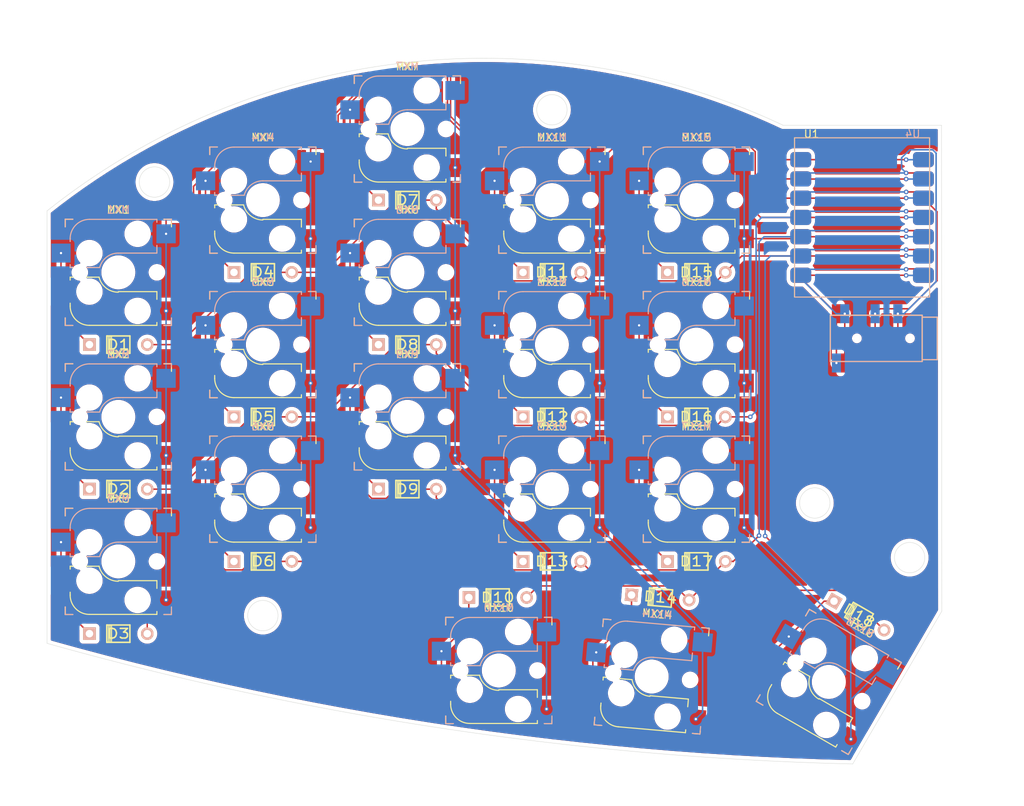
<source format=kicad_pcb>
(kicad_pcb (version 20240108) (generator "pcbnew") (generator_version "8.0")
  (layers (0 "F.Cu" signal) (31 "B.Cu" signal) (34 "B.Paste" user) (35 "F.Paste" user) (36 "B.SilkS" user "B.Silkscreen") (37 "F.SilkS" user "F.Silkscreen") (38 "B.Mask" user) (39 "F.Mask" user) (44 "Edge.Cuts" user))
  (net 0 "")
  (net 1 "Net-(D1-A)")
  (net 2 "/row1")
  (net 3 "Net-(D2-A)")
  (net 4 "/row0")
  (net 5 "/row2")
  (net 6 "Net-(D3-A)")
  (net 7 "Net-(D4-A)")
  (net 8 "Net-(D5-A)")
  (net 9 "Net-(D6-A)")
  (net 10 "Net-(D7-A)")
  (net 11 "Net-(D8-A)")
  (net 12 "Net-(D9-A)")
  (net 13 "Net-(D10-A)")
  (net 14 "/row3")
  (net 15 "Net-(D11-A)")
  (net 16 "Net-(D12-A)")
  (net 17 "Net-(D13-A)")
  (net 18 "Net-(D14-A)")
  (net 19 "Net-(D15-A)")
  (net 20 "Net-(D16-A)")
  (net 21 "Net-(D17-A)")
  (net 22 "Net-(D18-A)")
  (net 23 "/col4")
  (net 24 "/col3")
  (net 25 "/col2")
  (net 26 "/col1")
  (net 27 "/col0")
  (net 28 "/rx")
  (net 29 "GND")
  (net 30 "/tx")
  (net 31 "unconnected-(U1-5V-Pad14)")
  (net 32 "+3.3V")
  (footprint "Keebio-Parts:Diode" (layer "F.Cu") (at 38.1 104.775 180)
    (property "Reference" "D3")
    (property "Value" "D_Small" (hide yes))
  )
  (footprint "keyswitches:Kailh_socket_MX_reversible" (layer "F.Cu") (at 38.1 95.25)
    (property "Reference" "MX3")
    (property "Value" "MX-NoLED")
  )
  (footprint "Keebio-Parts:Diode" (layer "F.Cu") (at 57.15 57.15 180)
    (property "Reference" "D4")
    (property "Value" "D_Small" (hide yes))
  )
  (footprint "keyswitches:Kailh_socket_MX_reversible" (layer "F.Cu") (at 76.2 38.25875)
    (property "Reference" "MX7")
    (property "Value" "MX-NoLED")
  )
  (footprint "keyswitches:Kailh_socket_MX_reversible" (layer "F.Cu") (at 131.75 111.135 -30)
    (property "Reference" "MX18")
    (property "Value" "MX-NoLED")
  )
  (footprint "keyswitches:Kailh_socket_MX_reversible" (layer "F.Cu") (at 95.25 85.725)
    (property "Reference" "MX13")
    (property "Value" "MX-NoLED")
  )
  (footprint "keyswitches:Kailh_socket_MX_reversible" (layer "F.Cu") (at 76.2 76.2)
    (property "Reference" "MX9")
    (property "Value" "MX-NoLED")
  )
  (footprint "keyswitches:Kailh_socket_MX_reversible" (layer "F.Cu") (at 38.1 76.2)
    (property "Reference" "MX2")
    (property "Value" "MX-NoLED")
  )
  (footprint "keyswitches:Kailh_socket_MX_reversible" (layer "F.Cu") (at 76.2 57.15)
    (property "Reference" "MX8")
    (property "Value" "MX-NoLED")
  )
  (footprint "Keebio-Parts:Diode" (layer "F.Cu") (at 95.25 57.15 180)
    (property "Reference" "D11")
    (property "Value" "D_Small" (hide yes))
  )
  (footprint "keyswitches:Kailh_socket_MX_reversible" (layer "F.Cu") (at 114.3 85.725)
    (property "Reference" "MX17")
    (property "Value" "MX-NoLED")
  )
  (footprint "keyswitches:Kailh_socket_MX_reversible" (layer "F.Cu") (at 114.3 66.675)
    (property "Reference" "MX16")
    (property "Value" "MX-NoLED")
  )
  (footprint "keyswitches:Kailh_socket_MX_reversible" (layer "F.Cu") (at 57.15 66.675)
    (property "Reference" "MX5")
    (property "Value" "MX-NoLED")
  )
  (footprint "Keebio-Parts:Diode" (layer "F.Cu") (at 38.1 66.675 180)
    (property "Reference" "D1")
    (property "Value" "D_Small" (hide yes))
  )
  (footprint "Keebio-Parts:Diode" (layer "F.Cu") (at 114.3 57.15 180)
    (property "Reference" "D15")
    (property "Value" "D_Small" (hide yes))
  )
  (footprint "keyswitches:Kailh_socket_MX_reversible" (layer "F.Cu") (at 88.25 109.625)
    (property "Reference" "MX10")
    (property "Value" "MX-NoLED")
  )
  (footprint "keyswitches:Kailh_socket_MX_reversible" (layer "F.Cu") (at 114.3 47.625)
    (property "Reference" "MX15")
    (property "Value" "MX-NoLED")
  )
  (footprint "Keebio-Parts:Diode" (layer "F.Cu") (at 76.2 47.625 180)
    (property "Reference" "D7")
    (property "Value" "D_Small" (hide yes))
  )
  (footprint "XIAO_PCB:MOUDLE14P-SMD-2.54-21X17.8MM" (layer "F.Cu") (at 127.215 60.41125)
    (property "Reference" "U1")
    (property "Value" "MOUDLE-SEEEDUINO-XIAO")
  )
  (footprint "Keebio-Parts:Diode" (layer "F.Cu") (at 95.25 76.2 180)
    (property "Reference" "D12")
    (property "Value" "D_Small" (hide yes))
  )
  (footprint "keyswitches:Kailh_socket_MX_reversible" (layer "F.Cu") (at 95.25 47.625)
    (property "Reference" "MX11")
    (property "Value" "MX-NoLED")
  )
  (footprint "Keebio-Parts:Diode" (layer "F.Cu") (at 95.25 95.25 180)
    (property "Reference" "D13")
    (property "Value" "D_Small" (hide yes))
  )
  (footprint "Keebio-Parts:TRRS-PJ-320D" (layer "F.Cu") (at 144.05 65.85 -90)
    (property "Reference" "U3")
    (property "Value" "TRRS")
  )
  (footprint "Keebio-Parts:Diode" (layer "F.Cu") (at 109.5375 100.0125 175)
    (property "Reference" "D14")
    (property "Value" "D_Small" (hide yes))
  )
  (footprint "keyswitches:Kailh_socket_MX_reversible" (layer "F.Cu") (at 38.1 57.15)
    (property "Reference" "MX1")
    (property "Value" "MX-NoLED")
  )
  (footprint "keyswitches:Kailh_socket_MX_reversible" (layer "F.Cu") (at 57.15 47.625)
    (property "Reference" "MX4")
    (property "Value" "MX-NoLED")
  )
  (footprint "Keebio-Parts:Diode" (layer "F.Cu") (at 57.15 95.25 180)
    (property "Reference" "D6")
    (property "Value" "D_Small" (hide yes))
  )
  (footprint "keyswitches:Kailh_socket_MX_reversible" (layer "F.Cu") (at 108.4 110.425 -5)
    (property "Reference" "MX14")
    (property "Value" "MX-NoLED")
  )
  (footprint "Keebio-Parts:Diode" (layer "F.Cu") (at 38.1 85.725 180)
    (property "Reference" "D2")
    (property "Value" "D_Small" (hide yes))
  )
  (footprint "keyswitches:Kailh_socket_MX_reversible" (layer "F.Cu") (at 57.15 85.725)
    (property "Reference" "MX6")
    (property "Value" "MX-NoLED")
  )
  (footprint "Keebio-Parts:Diode" (layer "F.Cu") (at 135.73125 102.39375 150)
    (property "Reference" "D18")
    (property "Value" "D_Small" (hide yes))
  )
  (footprint "Keebio-Parts:Diode" (layer "F.Cu") (at 88.10625 100.0125 180)
    (property "Reference" "D10")
    (property "Value" "D_Small" (hide yes))
  )
  (footprint "keyswitches:Kailh_socket_MX_reversible" (layer "F.Cu") (at 95.25 66.675)
    (property "Reference" "MX12")
    (property "Value" "MX-NoLED")
  )
  (footprint "Keebio-Parts:Diode" (layer "F.Cu") (at 76.2 85.725 180)
    (property "Reference" "D9")
    (property "Value" "D_Small" (hide yes))
  )
  (footprint "Keebio-Parts:Diode" (layer "F.Cu") (at 114.3 76.2 180)
    (property "Reference" "D16")
    (property "Value" "D_Small" (hide yes))
  )
  (footprint "Keebio-Parts:Diode" (layer "F.Cu") (at 76.2 66.675 180)
    (property "Reference" "D8")
    (property "Value" "D_Small" (hide yes))
  )
  (footprint "Keebio-Parts:Diode" (layer "F.Cu") (at 57.15 76.2 180)
    (property "Reference" "D5")
    (property "Value" "D_Small" (hide yes))
  )
  (footprint "Keebio-Parts:Diode" (layer "F.Cu") (at 114.3 95.25 180)
    (property "Reference" "D17")
    (property "Value" "D_Small" (hide yes))
  )
  (footprint "Keebio-Parts:TRRS-PJ-320D" (layer "B.Cu") (at 144.05 65.85 90)
    (property "Reference" "U2")
    (property "Value" "TRRS")
  )
  (footprint "XIAO_PCB:MOUDLE14P-SMD-2.54-21X17.8MM" (layer "B.Cu") (at 145.05 60.41125 180)
    (property "Reference" "U4")
    (property "Value" "MOUDLE-SEEEDUINO-XIAO")
  )
  (gr_arc (start 134.9 121.95) (mid 81.302161 117.325182) (end 28.7 106.05) (stroke (width 0.05)) (layer "Edge.Cuts"))
  (gr_line (start 146.65 101.8) (end 134.9 121.95) (stroke (width 0.05)) (layer "Edge.Cuts"))
  (gr_circle (center 142.4 94.75) (end 144.4 94.75) (stroke (width 0.05)) (fill none) (layer "Edge.Cuts"))
  (gr_line (start 125.7 37.75) (end 146.6 37.75) (stroke (width 0.05)) (layer "Edge.Cuts"))
  (gr_line (start 28.7 106.05) (end 28.7 49.05) (stroke (width 0.05)) (layer "Edge.Cuts"))
  (gr_arc (start 28.7 49.05) (mid 75.586724 29.551547) (end 125.7 37.75) (stroke (width 0.05)) (layer "Edge.Cuts"))
  (gr_circle (center 129.9 87.55) (end 131.9 87.55) (stroke (width 0.05)) (fill none) (layer "Edge.Cuts"))
  (gr_circle (center 95.25 35.71875) (end 97.25 35.71875) (stroke (width 0.05)) (fill none) (layer "Edge.Cuts"))
  (gr_line (start 146.6 37.75) (end 146.65 101.8) (stroke (width 0.05)) (layer "Edge.Cuts"))
  (gr_circle (center 42.8625 45.24375) (end 44.8625 45.24375) (stroke (width 0.05)) (fill none) (layer "Edge.Cuts"))
  (gr_circle (center 57.15 102.39375) (end 59.15 102.39375) (stroke (width 0.05)) (fill none) (layer "Edge.Cuts"))
  (segment (start 30.54 59.69) (end 30.54 54.61) (width 0.2) (layer "F.Cu") (net 1))
  (segment (start 30.54 62.925) (end 34.29 66.675) (width 0.2) (layer "F.Cu") (net 1))
  (segment (start 30.54 59.69) (end 30.54 62.925) (width 0.2) (layer "F.Cu") (net 1))
  (via (at 30.54 54.61) (size 0.6) (drill 0.3) (layers "F.Cu" "B.Cu") (net 1))
  (segment (start 89.493067 77.3255) (end 97.9345 77.3255) (width 0.2) (layer "F.Cu") (net 2))
  (segment (start 80.01 67.842433) (end 89.493067 77.3255) (width 0.2) (layer "F.Cu") (net 2))
  (segment (start 143.81375 49.91125) (end 143.002497 49.099997) (width 0.2) (layer "F.Cu") (net 2))
  (segment (start 143.002497 49.099997) (end 141.93875 49.099997) (width 0.2) (layer "F.Cu") (net 2))
  (segment (start 97.9345 77.3255) (end 99.06 76.2) (width 0.2) (layer "F.Cu") (net 2))
  (segment (start 74.641 66.675) (end 80.01 66.675) (width 0.2) (layer "F.Cu") (net 2))
  (segment (start 99.06 76.2) (end 100.1855 77.3255) (width 0.2) (layer "F.Cu") (net 2))
  (segment (start 65.116 76.2) (end 74.641 66.675) (width 0.2) (layer "F.Cu") (net 2))
  (segment (start 41.91 85.725) (end 46.0405 85.725) (width 0.2) (layer "F.Cu") (net 2))
  (segment (start 116.9845 77.3255) (end 118.11 76.2) (width 0.2) (layer "F.Cu") (net 2))
  (segment (start 46.0405 85.725) (end 55.5655 76.2) (width 0.2) (layer "F.Cu") (net 2))
  (segment (start 121.4 76.2) (end 118.11 76.2) (width 0.2) (layer "F.Cu") (net 2))
  (segment (start 100.1855 77.3255) (end 116.9845 77.3255) (width 0.2) (layer "F.Cu") (net 2))
  (segment (start 60.96 76.2) (end 65.116 76.2) (width 0.2) (layer "F.Cu") (net 2))
  (segment (start 55.5655 76.2) (end 60.96 76.2) (width 0.2) (layer "F.Cu") (net 2))
  (segment (start 80.01 66.675) (end 80.01 67.842433) (width 0.2) (layer "F.Cu") (net 2))
  (via (at 141.93875 49.099997) (size 0.6) (drill 0.3) (layers "F.Cu" "B.Cu") (net 2))
  (via (at 121.4 76.2) (size 0.6) (drill 0.3) (layers "F.Cu" "B.Cu") (net 2))
  (segment (start 141.93875 49.099997) (end 128.460003 49.099997) (width 0.2) (layer "B.Cu") (net 2))
  (segment (start 127.64875 49.91125) (end 122.88875 49.91125) (width 0.2) (layer "B.Cu") (net 2))
  (segment (start 122.165 50.665) (end 122.165 75.435) (width 0.2) (layer "B.Cu") (net 2))
  (segment (start 128.460003 49.099997) (end 127.64875 49.91125) (width 0.2) (layer "B.Cu") (net 2))
  (segment (start 122.15 50.65) (end 122.165 50.665) (width 0.2) (layer "B.Cu") (net 2))
  (segment (start 122.165 75.435) (end 121.4 76.2) (width 0.2) (layer "B.Cu") (net 2))
  (segment (start 122.88875 49.91125) (end 122.15 50.65) (width 0.2) (layer "B.Cu") (net 2))
  (segment (start 30.54 78.74) (end 30.54 73.66) (width 0.2) (layer "F.Cu") (net 3))
  (segment (start 30.54 81.975) (end 34.29 85.725) (width 0.2) (layer "F.Cu") (net 3))
  (segment (start 30.54 78.74) (end 30.54 81.975) (width 0.2) (layer "F.Cu") (net 3))
  (via (at 30.54 73.66) (size 0.6) (drill 0.3) (layers "F.Cu" "B.Cu") (net 3))
  (segment (start 65.251471 57.15) (end 74.776471 47.625) (width 0.2) (layer "F.Cu") (net 4))
  (segment (start 80.01 48.792433) (end 89.493067 58.2755) (width 0.2) (layer "F.Cu") (net 4))
  (segment (start 127.64875 54.99125) (end 120.26875 54.99125) (width 0.2) (layer "F.Cu") (net 4))
  (segment (start 99.06 57.15) (end 100.1855 58.2755) (width 0.2) (layer "F.Cu") (net 4))
  (segment (start 74.776471 47.625) (end 80.01 47.625) (width 0.2) (layer "F.Cu") (net 4))
  (segment (start 55.591 57.15) (end 60.96 57.15) (width 0.2) (layer "F.Cu") (net 4))
  (segment (start 46.066 66.675) (end 55.591 57.15) (width 0.2) (layer "F.Cu") (net 4))
  (segment (start 100.1855 58.2755) (end 116.9845 58.2755) (width 0.2) (layer "F.Cu") (net 4))
  (segment (start 97.9345 58.2755) (end 99.06 57.15) (width 0.2) (layer "F.Cu") (net 4))
  (segment (start 116.9845 58.2755) (end 118.11 57.15) (width 0.2) (layer "F.Cu") (net 4))
  (segment (start 141.8975 54.99125) (end 141.93875 54.95) (width 0.2) (layer "F.Cu") (net 4))
  (segment (start 89.493067 58.2755) (end 97.9345 58.2755) (width 0.2) (layer "F.Cu") (net 4))
  (segment (start 60.96 57.15) (end 65.251471 57.15) (width 0.2) (layer "F.Cu") (net 4))
  (segment (start 120.26875 54.99125) (end 118.11 57.15) (width 0.2) (layer "F.Cu") (net 4))
  (segment (start 80.01 47.625) (end 80.01 48.792433) (width 0.2) (layer "F.Cu") (net 4))
  (segment (start 127.64875 54.99125) (end 141.8975 54.99125) (width 0.2) (layer "F.Cu") (net 4))
  (segment (start 41.91 66.675) (end 46.066 66.675) (width 0.2) (layer "F.Cu") (net 4))
  (via (at 141.93875 54.95) (size 0.6) (drill 0.3) (layers "F.Cu" "B.Cu") (net 4))
  (segment (start 141.93875 54.95) (end 143.7725 54.95) (width 0.2) (layer "B.Cu") (net 4))
  (segment (start 143.7725 54.95) (end 143.81375 54.99125) (width 0.2) (layer "B.Cu") (net 4))
  (segment (start 143.81375 52.45125) (end 143.012639 51.650139) (width 0.2) (layer "F.Cu") (net 5))
  (segment (start 52.1755 96.3755) (end 51 95.2) (width 0.2) (layer "F.Cu") (net 5))
  (segment (start 119.15 95.25) (end 118.11 95.25) (width 0.2) (layer "F.Cu") (net 5))
  (segment (start 45.965 95.265) (end 45.965 101.88) (width 0.2) (layer "F.Cu") (net 5))
  (segment (start 65.1 92.55) (end 65.1 85.7) (width 0.2) (layer "F.Cu") (net 5))
  (segment (start 71.5 86.95) (end 73.416 86.95) (width 0.2) (layer "F.Cu") (net 5))
  (segment (start 51 95.2) (end 45.9 95.2) (width 0.2) (layer "F.Cu") (net 5))
  (segment (start 60.96 95.25) (end 65.116 95.25) (width 0.2) (layer "F.Cu") (net 5))
  (segment (start 70.25 85.7) (end 71.5 86.95) (width 0.2) (layer "F.Cu") (net 5))
  (segment (start 54.4655 96.3755) (end 52.1755 96.3755) (width 0.2) (layer "F.Cu") (net 5))
  (segment (start 45.965 101.88) (end 45.345 102.5) (width 0.2) (layer "F.Cu") (net 5))
  (segment (start 97.9345 96.3755) (end 99.06 95.25) (width 0.2) (layer "F.Cu") (net 5))
  (segment (start 74.641 85.725) (end 80.01 85.725) (width 0.2) (layer "F.Cu") (net 5))
  (segment (start 41.95 102.5) (end 41.91 102.54) (width 0.2) (layer "F.Cu") (net 5))
  (segment (start 100.1855 96.3755) (end 116.9845 96.3755) (width 0.2) (layer "F.Cu") (net 5))
  (segment (start 65.116 95.25) (end 65.116 92.566) (width 0.2) (layer "F.Cu") (net 5))
  (segment (start 45.9 95.2) (end 45.965 95.265) (width 0.2) (layer "F.Cu") (net 5))
  (segment (start 122.55 91.85) (end 119.15 95.25) (width 0.2) (layer "F.Cu") (net 5))
  (segment (start 80.01 86.892433) (end 89.493067 96.3755) (width 0.2) (layer "F.Cu") (net 5))
  (segment (start 45.345 102.5) (end 41.95 102.5) (width 0.2) (layer "F.Cu") (net 5))
  (segment (start 55.591 95.25) (end 54.4655 96.3755) (width 0.2) (layer "F.Cu") (net 5))
  (segment (start 65.1 85.7) (end 70.25 85.7) (width 0.2) (layer "F.Cu") (net 5))
  (segment (start 116.9845 96.3755) (end 118.11 95.25) (width 0.2) (layer "F.Cu") (net 5))
  (segment (start 65.116 92.566) (end 65.1 92.55) (width 0.2) (layer "F.Cu") (net 5))
  (segment (start 73.416 86.95) (end 74.641 85.725) (width 0.2) (layer "F.Cu") (net 5))
  (segment (start 89.493067 96.3755) (end 97.9345 96.3755) (width 0.2) (layer "F.Cu") (net 5))
  (segment (start 80.01 85.725) (end 80.01 86.892433) (width 0.2) (layer "F.Cu") (net 5))
  (segment (start 60.96 95.25) (end 55.591 95.25) (width 0.2) (layer "F.Cu") (net 5))
  (segment (start 143.012639 51.650139) (end 141.953748 51.650139) (width 0.2) (layer "F.Cu") (net 5))
  (segment (start 99.06 95.25) (end 100.1855 96.3755) (width 0.2) (layer "F.Cu") (net 5))
  (segment (start 41.91 102.54) (end 41.91 104.775) (width 0.2) (layer "F.Cu") (net 5))
  (via (at 122.55 91.85) (size 0.6) (drill 0.3) (layers "F.Cu" "B.Cu") (net 5))
  (via (at 141.953748 51.650139) (size 0.6) (drill 0.3) (layers "F.Cu" "B.Cu") (net 5))
  (segment (start 122.565 91.835) (end 122.55 91.85) (width 0.2) (layer "B.Cu") (net 5))
  (segment (start 141.953748 51.650139) (end 128.449861 51.650139) (width 0.2) (layer "B.Cu") (net 5))
  (segment (start 127.64875 52.45125) (end 123.21375 52.45125) (width 0.2) (layer "B.Cu") (net 5))
  (segment (start 128.449861 51.650139) (end 127.64875 52.45125) (width 0.2) (layer "B.Cu") (net 5))
  (segment (start 123.21375 52.45125) (end 122.565 53.1) (width 0.2) (layer "B.Cu") (net 5))
  (segment (start 122.565 53.1) (end 122.565 91.835) (width 0.2) (layer "B.Cu") (net 5))
  (segment (start 30.54 101.025) (end 34.29 104.775) (width 0.2) (layer "F.Cu") (net 6))
  (segment (start 30.54 97.79) (end 30.54 92.71) (width 0.2) (layer "F.Cu") (net 6))
  (segment (start 30.54 97.79) (end 30.54 101.025) (width 0.2) (layer "F.Cu") (net 6))
  (via (at 30.54 92.71) (size 0.6) (drill 0.3) (layers "F.Cu" "B.Cu") (net 6))
  (segment (start 49.59 50.165) (end 49.59 45.085) (width 0.2) (layer "F.Cu") (net 7))
  (segment (start 49.59 50.165) (end 49.59 53.4) (width 0.2) (layer "F.Cu") (net 7))
  (segment (start 49.59 53.4) (end 53.34 57.15) (width 0.2) (layer "F.Cu") (net 7))
  (via (at 49.59 45.085) (size 0.6) (drill 0.3) (layers "F.Cu" "B.Cu") (net 7))
  (segment (start 49.59 72.45) (end 53.34 76.2) (width 0.2) (layer "F.Cu") (net 8))
  (segment (start 49.59 69.215) (end 49.59 64.135) (width 0.2) (layer "F.Cu") (net 8))
  (segment (start 49.59 69.215) (end 49.59 72.45) (width 0.2) (layer "F.Cu") (net 8))
  (via (at 49.59 64.135) (size 0.6) (drill 0.3) (layers "F.Cu" "B.Cu") (net 8))
  (segment (start 49.59 88.265) (end 49.59 91.5) (width 0.2) (layer "F.Cu") (net 9))
  (segment (start 49.59 88.265) (end 49.59 83.185) (width 0.2) (layer "F.Cu") (net 9))
  (segment (start 49.59 91.5) (end 53.34 95.25) (width 0.2) (layer "F.Cu") (net 9))
  (via (at 49.59 83.185) (size 0.6) (drill 0.3) (layers "F.Cu" "B.Cu") (net 9))
  (segment (start 68.64 40.79875) (end 68.64 43.875) (width 0.2) (layer "F.Cu") (net 10))
  (segment (start 68.64 43.875) (end 72.39 47.625) (width 0.2) (layer "F.Cu") (net 10))
  (segment (start 68.64 40.79875) (end 68.64 35.71875) (width 0.2) (layer "F.Cu") (net 10))
  (via (at 68.64 35.71875) (size 0.6) (drill 0.3) (layers "F.Cu" "B.Cu") (net 10))
  (segment (start 68.64 59.69) (end 68.64 54.61) (width 0.2) (layer "F.Cu") (net 11))
  (segment (start 68.64 59.69) (end 68.64 62.925) (width 0.2) (layer "F.Cu") (net 11))
  (segment (start 68.64 62.925) (end 72.39 66.675) (width 0.2) (layer "F.Cu") (net 11))
  (via (at 68.64 54.61) (size 0.6) (drill 0.3) (layers "F.Cu" "B.Cu") (net 11))
  (segment (start 68.64 78.74) (end 68.64 73.66) (width 0.2) (layer "F.Cu") (net 12))
  (segment (start 68.64 78.74) (end 68.64 81.975) (width 0.2) (layer "F.Cu") (net 12))
  (segment (start 68.64 81.975) (end 72.39 85.725) (width 0.2) (layer "F.Cu") (net 12))
  (via (at 68.64 73.66) (size 0.6) (drill 0.3) (layers "F.Cu" "B.Cu") (net 12))
  (segment (start 80.69 112.165) (end 80.69 107.085) (width 0.2) (layer "F.Cu") (net 13))
  (segment (start 84.29625 100.0125) (end 84.29625 103.47875) (width 0.2) (layer "F.Cu") (net 13))
  (segment (start 84.29625 103.47875) (end 80.69 107.085) (width 0.2) (layer "F.Cu") (net 13))
  (via (at 80.69 107.085) (size 0.6) (drill 0.3) (layers "F.Cu" "B.Cu") (net 13))
  (segment (start 93.44262 98.48613) (end 91.91625 100.0125) (width 0.2) (layer "F.Cu") (net 14))
  (segment (start 130.511096 99.061096) (end 123.35 91.9) (width 0.2) (layer "F.Cu") (net 14))
  (segment (start 141.948377 54.150055) (end 142.972555 54.150055) (width 0.2) (layer "F.Cu") (net 14))
  (segment (start 111.474568 98.48613) (end 93.44262 98.48613) (width 0.2) (layer "F.Cu") (net 14))
  (segment (start 114.61647 99.061096) (end 113.333002 100.344564) (width 0.2) (layer "F.Cu") (net 14))
  (segment (start 113.333002 100.344564) (end 111.474568 98.48613) (width 0.2) (layer "F.Cu") (net 14))
  (segment (start 142.972555 54.150055) (end 143.81375 54.99125) (width 0.2) (layer "F.Cu") (net 14))
  (segment (start 133.793153 99.061096) (end 114.61647 99.061096) (width 0.2) (layer "F.Cu") (net 14))
  (segment (start 133.793153 99.061096) (end 130.511096 99.061096) (width 0.2) (layer "F.Cu") (net 14))
  (segment (start 139.030807 104.29875) (end 133.793153 99.061096) (width 0.2) (layer "F.Cu") (net 14))
  (via (at 141.948377 54.150055) (size 0.6) (drill 0.3) (layers "F.Cu" "B.Cu") (net 14))
  (via (at 123.35 91.9) (size 0.6) (drill 0.3) (layers "F.Cu" "B.Cu") (net 14))
  (segment (start 124.05875 54.99125) (end 127.64875 54.99125) (width 0.2) (layer "B.Cu") (net 14))
  (segment (start 123.35 55.7) (end 124.05875 54.99125) (width 0.2) (layer "B.Cu") (net 14))
  (segment (start 128.489945 54.150055) (end 127.64875 54.99125) (width 0.2) (layer "B.Cu") (net 14))
  (segment (start 141.948377 54.150055) (end 128.489945 54.150055) (width 0.2) (layer "B.Cu") (net 14))
  (segment (start 123.35 91.9) (end 123.35 55.7) (width 0.2) (layer "B.Cu") (net 14))
  (segment (start 87.69 53.4) (end 91.44 57.15) (width 0.2) (layer "F.Cu") (net 15))
  (segment (start 87.69 50.165) (end 87.69 45.085) (width 0.2) (layer "F.Cu") (net 15))
  (segment (start 87.69 50.165) (end 87.69 53.4) (width 0.2) (layer "F.Cu") (net 15))
  (via (at 87.69 45.085) (size 0.6) (drill 0.3) (layers "F.Cu" "B.Cu") (net 15))
  (segment (start 87.69 72.45) (end 91.44 76.2) (width 0.2) (layer "F.Cu") (net 16))
  (segment (start 87.69 69.215) (end 87.69 64.135) (width 0.2) (layer "F.Cu") (net 16))
  (segment (start 87.69 69.215) (end 87.69 72.45) (width 0.2) (layer "F.Cu") (net 16))
  (via (at 87.69 64.135) (size 0.6) (drill 0.3) (layers "F.Cu" "B.Cu") (net 16))
  (segment (start 87.69 88.265) (end 87.69 91.5) (width 0.2) (layer "F.Cu") (net 17))
  (segment (start 87.69 88.265) (end 87.69 83.185) (width 0.2) (layer "F.Cu") (net 17))
  (segment (start 87.69 91.5) (end 91.44 95.25) (width 0.2) (layer "F.Cu") (net 17))
  (via (at 87.69 83.185) (size 0.6) (drill 0.3) (layers "F.Cu" "B.Cu") (net 17))
  (segment (start 105.741998 99.680436) (end 105.741998 102.583914) (width 0.2) (layer "F.Cu") (net 18))
  (segment (start 100.647392 112.296437) (end 100.647392 107.67852) (width 0.2) (layer "F.Cu") (net 18))
  (segment (start 100.647392 107.67852) (end 101.090144 107.235768) (width 0.2) (layer "F.Cu") (net 18))
  (segment (start 105.741998 102.583914) (end 101.090144 107.235768) (width 0.2) (layer "F.Cu") (net 18))
  (via (at 101.090144 107.235768) (size 0.6) (drill 0.3) (layers "F.Cu" "B.Cu") (net 18))
  (segment (start 106.74 50.165) (end 106.74 45.085) (width 0.2) (layer "F.Cu") (net 19))
  (segment (start 106.74 50.165) (end 106.74 53.4) (width 0.2) (layer "F.Cu") (net 19))
  (segment (start 106.74 53.4) (end 110.49 57.15) (width 0.2) (layer "F.Cu") (net 19))
  (via (at 106.74 45.085) (size 0.6) (drill 0.3) (layers "F.Cu" "B.Cu") (net 19))
  (segment (start 106.74 69.215) (end 106.74 64.135) (width 0.2) (layer "F.Cu") (net 20))
  (segment (start 106.74 72.45) (end 110.49 76.2) (width 0.2) (layer "F.Cu") (net 20))
  (segment (start 106.74 69.215) (end 106.74 72.45) (width 0.2) (layer "F.Cu") (net 20))
  (via (at 106.74 64.135) (size 0.6) (drill 0.3) (layers "F.Cu" "B.Cu") (net 20))
  (segment (start 106.74 91.5) (end 110.49 95.25) (width 0.2) (layer "F.Cu") (net 21))
  (segment (start 106.74 88.265) (end 106.74 91.5) (width 0.2) (layer "F.Cu") (net 21))
  (segment (start 106.74 88.265) (end 106.74 83.185) (width 0.2) (layer "F.Cu") (net 21))
  (via (at 106.74 83.185) (size 0.6) (drill 0.3) (layers "F.Cu" "B.Cu") (net 21))
  (segment (start 123.932848 107.695295) (end 126.472848 105.155295) (width 0.2) (layer "F.Cu") (net 22))
  (segment (start 131.139393 100.48875) (end 132.431693 100.48875) (width 0.2) (layer "F.Cu") (net 22))
  (segment (start 126.472848 105.155295) (end 131.139393 100.48875) (width 0.2) (layer "F.Cu") (net 22))
  (segment (start 123.932848 109.554705) (end 123.932848 107.695295) (width 0.2) (layer "F.Cu") (net 22))
  (via (at 126.472848 105.155295) (size 0.6) (drill 0.3) (layers "F.Cu" "B.Cu") (net 22))
  (segment (start 84.335265 39.05) (end 89.9 39.05) (width 0.2) (layer "F.Cu") (net 23))
  (segment (start 72.015786 30.92875) (end 81.654214 30.92875) (width 0.2) (layer "F.Cu") (net 23))
  (segment (start 66.65 36.294536) (end 72.015786 30.92875) (width 0.2) (layer "F.Cu") (net 23))
  (segment (start 66.665 40.4) (end 66.665 38.165) (width 0.2) (layer "F.Cu") (net 23))
  (segment (start 66.665 38.165) (end 66.65 38.15) (width 0.2) (layer "F.Cu") (net 23))
  (segment (start 53.426471 40.4) (end 66.665 40.4) (width 0.2) (layer "F.Cu") (net 23))
  (segment (start 121.547058 39.05) (end 89.775465 39.05) (width 0.2) (layer "F.Cu") (net 23))
  (segment (start 123.25 40.752942) (end 121.547058 39.05) (width 0.2) (layer "F.Cu") (net 23))
  (segment (start 127.64875 42.29125) (end 141.93 42.29125) (width 0.2) (layer "F.Cu") (net 23))
  (segment (start 44.39 50.16) (end 44.5 50.05) (width 0.2) (layer "F.Cu") (net 23))
  (segment (start 124.04125 42.29125) (end 123.25 41.5) (width 0.2) (layer "F.Cu") (net 23))
  (segment (start 81.654214 30.92875) (end 81.888529 31.163065) (width 0.2) (layer "F.Cu") (net 23))
  (segment (start 44.5 50.05) (end 47.85 50.05) (width 0.2) (layer "F.Cu") (net 23))
  (segment (start 66.65 38.15) (end 66.65 36.294536) (width 0.2) (layer "F.Cu") (net 23))
  (segment (start 44.39 52.07) (end 44.39 50.16) (width 0.2) (layer "F.Cu") (net 23))
  (segment (start 141.93 42.29125) (end 141.93875 42.3) (width 0.2) (layer "F.Cu") (net 23))
  (segment (start 123.25 41.5) (end 123.25 40.752942) (width 0.2) (layer "F.Cu") (net 23))
  (segment (start 81.888529 36.603264) (end 84.335265 39.05) (width 0.2) (layer "F.Cu") (net 23))
  (segment (start 47.85 50.05) (end 48.015 49.885) (width 0.2) (layer "F.Cu") (net 23))
  (segment (start 48.015 49.885) (end 48.015 45.811471) (width 0.2) (layer "F.Cu") (net 23))
  (segment (start 127.64875 42.29125) (end 124.04125 42.29125) (width 0.2) (layer "F.Cu") (net 23))
  (segment (start 48.015 45.811471) (end 53.426471 40.4) (width 0.2) (layer "F.Cu") (net 23))
  (segment (start 81.888529 31.163065) (end 81.888529 36.603264) (width 0.2) (layer "F.Cu") (net 23))
  (via (at 44.39 100.33) (size 0.6) (drill 0.3) (layers "F.Cu" "B.Cu") (net 23))
  (via (at 44.39 81.28) (size 0.6) (drill 0.3) (layers "F.Cu" "B.Cu") (net 23))
  (via (at 44.39 52.07) (size 0.6) (drill 0.3) (layers "F.Cu" "B.Cu") (net 23))
  (via (at 141.93875 42.3) (size 0.6) (drill 0.3) (layers "F.Cu" "B.Cu") (net 23))
  (via (at 44.39 62.23) (size 0.6) (drill 0.3) (layers "F.Cu" "B.Cu") (net 23))
  (segment (start 44.39 52.07) (end 44.39 62.23) (width 0.2) (layer "B.Cu") (net 23))
  (segment (start 44.39 71.12) (end 44.39 81.28) (width 0.2) (layer "B.Cu") (net 23))
  (segment (start 44.39 81.28) (end 44.39 90.17) (width 0.2) (layer "B.Cu") (net 23))
  (segment (start 141.93875 42.3) (end 143.805 42.3) (width 0.2) (layer "B.Cu") (net 23))
  (segment (start 143.805 42.3) (end 143.81375 42.29125) (width 0.2) (layer "B.Cu") (net 23))
  (segment (start 44.39 62.23) (end 44.39 71.12) (width 0.2) (layer "B.Cu") (net 23))
  (segment (start 44.39 90.17) (end 44.39 100.33) (width 0.2) (layer "B.Cu") (net 23))
  (segment (start 122.85 40.918628) (end 122.85 44.1) (width 0.2) (layer "F.Cu") (net 24))
  (segment (start 67.065 40.65) (end 67.065 36.445221) (width 0.2) (layer "F.Cu") (net 24))
  (segment (start 66.915 40.8) (end 63.45 40.8) (width 0.2) (layer "F.Cu") (net 24))
  (segment (start 63.44 90.805) (end 63.44 90.435) (width 0.2) (layer "F.Cu") (net 24))
  (segment (start 81.488529 36.76895) (end 84.169579 39.45) (width 0.2) (layer "F.Cu") (net 24))
  (segment (start 72.181471 31.32875) (end 81.488529 31.32875) (width 0.2) (layer "F.Cu") (net 24))
  (segment (start 67.065 36.445221) (end 72.181471 31.32875) (width 0.2) (layer "F.Cu") (net 24))
  (segment (start 81.488529 31.32875) (end 81.488529 36.76895) (width 0.2) (layer "F.Cu") (net 24))
  (segment (start 121.381372 39.45) (end 122.85 40.918628) (width 0.2) (layer "F.Cu") (net 24))
  (segment (start 122.85 44.1) (end 123.58125 44.83125) (width 0.2) (layer "F.Cu") (net 24))
  (segment (start 123.58125 44.83125) (end 127.64875 44.83125) (width 0.2) (layer "F.Cu") (net 24))
  (segment (start 84.169579 39.45) (end 121.381372 39.45) (width 0.2) (layer "F.Cu") (net 24))
  (segment (start 63.44 40.96) (end 63.44 42.545) (width 0.2) (layer "F.Cu") (net 24))
  (segment (start 127.6675 44.85) (end 141.93875 44.85) (width 0.2) (layer "F.Cu") (net 24))
  (segment (start 67.065 40.65) (end 66.915 40.8) (width 0.2) (layer "F.Cu") (net 24))
  (segment (start 63.45 40.95) (end 63.44 40.96) (width 0.2) (layer "F.Cu") (net 24))
  (segment (start 63.45 40.8) (end 63.45 40.95) (width 0.2) (layer "F.Cu") (net 24))
  (via (at 141.93875 44.85) (size 0.6) (drill 0.3) (layers "F.Cu" "B.Cu") (net 24))
  (via (at 63.44 90.805) (size 0.6) (drill 0.3) (layers "F.Cu" "B.Cu") (net 24))
  (via (at 63.44 52.705) (size 0.6) (drill 0.3) (layers "F.Cu" "B.Cu") (net 24))
  (via (at 63.44 42.545) (size 0.6) (drill 0.3) (layers "F.Cu" "B.Cu") (net 24))
  (via (at 63.44 71.755) (size 0.6) (drill 0.3) (layers "F.Cu" "B.Cu") (net 24))
  (segment (start 143.795 44.85) (end 143.81375 44.83125) (width 0.2) (layer "B.Cu") (net 24))
  (segment (start 141.93875 44.85) (end 143.795 44.85) (width 0.2) (layer "B.Cu") (net 24))
  (segment (start 63.44 52.705) (end 63.44 61.595) (width 0.2) (layer "B.Cu") (net 24))
  (segment (start 63.44 42.545) (end 63.44 52.705) (width 0.2) (layer "B.Cu") (net 24))
  (segment (start 63.44 71.755) (end 63.44 80.645) (width 0.2) (layer "B.Cu") (net 24))
  (segment (start 63.44 61.595) (end 63.44 71.755) (width 0.2) (layer "B.Cu") (net 24))
  (segment (start 63.44 80.645) (end 63.44 90.805) (width 0.2) (layer "B.Cu") (net 24))
  (segment (start 121.215686 39.85) (end 89.16125 39.85) (width 0.2) (layer "F.Cu") (net 25))
  (segment (start 127.64875 47.37125) (end 141.9175 47.37125) (width 0.2) (layer "F.Cu") (net 25))
  (segment (start 122.45 41.084314) (end 121.215686 39.85) (width 0.2) (layer "F.Cu") (net 25))
  (segment (start 127.64875 47.37125) (end 123.12125 47.37125) (width 0.2) (layer "F.Cu") (net 25))
  (segment (start 122.45 46.7) (end 122.45 41.084314) (width 0.2) (layer "F.Cu") (net 25))
  (segment (start 89.16125 39.85) (end 85.6725 43.33875) (width 0.2) (layer "F.Cu") (net 25))
  (segment (start 123.12125 47.37125) (end 122.45 46.7) (width 0.2) (layer "F.Cu") (net 25))
  (segment (start 85.6725 43.33875) (end 82.49 43.33875) (width 0.2) (layer "F.Cu") (net 25))
  (segment (start 141.9175 47.37125) (end 141.93875 47.35) (width 0.2) (layer "F.Cu") (net 25))
  (via (at 82.49 43.33875) (size 0.6) (drill 0.3) (layers "F.Cu" "B.Cu") (net 25))
  (via (at 82.49 62.23) (size 0.6) (drill 0.3) (layers "F.Cu" "B.Cu") (net 25))
  (via (at 94.54 114.705) (size 0.6) (drill 0.3) (layers "F.Cu" "B.Cu") (net 25))
  (via (at 141.93875 47.35) (size 0.6) (drill 0.3) (layers "F.Cu" "B.Cu") (net 25))
  (via (at 82.49 81.28) (size 0.6) (drill 0.3) (layers "F.Cu" "B.Cu") (net 25))
  (segment (start 141.93875 47.35) (end 143.7925 47.35) (width 0.2) (layer "B.Cu") (net 25))
  (segment (start 94.54 104.545) (end 94.54 114.705) (width 0.2) (layer "B.Cu") (net 25))
  (segment (start 143.7925 47.35) (end 143.81375 47.37125) (width 0.2) (layer "B.Cu") (net 25))
  (segment (start 82.49 71.12) (end 82.49 81.28) (width 0.2) (layer "B.Cu") (net 25))
  (segment (start 82.5 81.95) (end 82.5 81.85) (width 0.2) (layer "B.Cu") (net 25))
  (segment (start 82.49 62.23) (end 82.49 71.12) (width 0.2) (layer "B.Cu") (net 25))
  (segment (start 82.49 81.84) (end 82.49 81.28) (width 0.2) (layer "B.Cu") (net 25))
  (segment (start 82.5 81.85) (end 82.49 81.84) (width 0.2) (layer "B.Cu") (net 25))
  (segment (start 94.54 104.545) (end 94.54 93.99) (width 0.2) (layer "B.Cu") (net 25))
  (segment (start 94.54 93.99) (end 82.5 81.95) (width 0.2) (layer "B.Cu") (net 25))
  (segment (start 82.49 33.17875) (end 82.49 43.33875) (width 0.2) (layer "B.Cu") (net 25))
  (segment (start 82.49 52.07) (end 82.49 62.23) (width 0.2) (layer "B.Cu") (net 25))
  (segment (start 82.49 43.33875) (end 82.49 52.07) (width 0.2) (layer "B.Cu") (net 25))
  (segment (start 122.76125 49.91125) (end 122.05 49.2) (width 0.2) (layer "F.Cu") (net 26))
  (segment (start 127.64875 49.937608) (end 127.64875 49.91125) (width 0.2) (layer "F.Cu") (net 26))
  (segment (start 127.64875 49.91125) (end 141.9275 49.91125) (width 0.2) (layer "F.Cu") (net 26))
  (segment (start 122.05 49.2) (end 122.05 41.25) (width 0.2) (layer "F.Cu") (net 26))
  (segment (start 141.9275 49.91125) (end 141.93875 49.9) (width 0.2) (layer "F.Cu") (net 26))
  (segment (start 121.05 40.25) (end 103.835 40.25) (width 0.2) (layer "F.Cu") (net 26))
  (segment (start 127.64875 49.91125) (end 122.76125 49.91125) (width 0.2) (layer "F.Cu") (net 26))
  (segment (start 103.835 40.25) (end 101.54 42.545) (width 0.2) (layer "F.Cu") (net 26))
  (segment (start 122.05 41.25) (end 121.05 40.25) (width 0.2) (layer "F.Cu") (net 26))
  (via (at 101.54 42.545) (size 0.6) (drill 0.3) (layers "F.Cu" "B.Cu") (net 26))
  (via (at 141.93875 49.9) (size 0.6) (drill 0.3) (layers "F.Cu" "B.Cu") (net 26))
  (via (at 101.54 52.705) (size 0.6) (drill 0.3) (layers "F.Cu" "B.Cu") (net 26))
  (via (at 101.54 71.755) (size 0.6) (drill 0.3) (layers "F.Cu" "B.Cu") (net 26))
  (via (at 101.54 90.805) (size 0.6) (drill 0.3) (layers "F.Cu" "B.Cu") (net 26))
  (via (at 114.223313 116.033879) (size 0.6) (drill 0.3) (layers "F.Cu" "B.Cu") (net 26))
  (segment (start 141.93875 49.9) (end 143.8025 49.9) (width 0.2) (layer "B.Cu") (net 26))
  (segment (start 143.8025 49.9) (end 143.81375 49.91125) (width 0.2) (layer "B.Cu") (net 26))
  (segment (start 101.54 42.545) (end 101.54 52.705) (width 0.2) (layer "B.Cu") (net 26))
  (segment (start 115.108816 105.912541) (end 115.108816 115.148376) (width 0.2) (layer "B.Cu") (net 26))
  (segment (start 101.54 71.755) (end 101.54 80.645) (width 0.2) (layer "B.Cu") (net 26))
  (segment (start 101.54 80.645) (end 101.54 90.805) (width 0.2) (layer "B.Cu") (net 26))
  (segment (start 101.54 61.595) (end 101.54 71.755) (width 0.2) (layer "B.Cu") (net 26))
  (segment (start 101.54 52.705) (end 101.54 61.595) (width 0.2) (layer "B.Cu") (net 26))
  (segment (start 115.108816 105.912541) (end 115.108816 104.373816) (width 0.2) (layer "B.Cu") (net 26))
  (segment (start 115.108816 115.148376) (end 114.223313 116.033879) (width 0.2) (layer "B.Cu") (net 26))
  (segment (start 115.108816 104.373816) (end 101.54 90.805) (width 0.2) (layer "B.Cu") (net 26))
  (segment (start 141.9375 52.45125) (end 141.93875 52.45) (width 0.2) (layer "F.Cu") (net 27))
  (segment (start 127.395 52.705) (end 127.64875 52.45125) (width 0.2) (layer "F.Cu") (net 27))
  (segment (start 127.64875 52.45125) (end 141.9375 52.45125) (width 0.2) (layer "F.Cu") (net 27))
  (segment (start 120.59 52.705) (end 127.395 52.705) (width 0.2) (layer "F.Cu") (net 27))
  (via (at 141.93875 52.45) (size 0.6) (drill 0.3) (layers "F.Cu" "B.Cu") (net 27))
  (via (at 120.59 71.755) (size 0.6) (drill 0.3) (layers "F.Cu" "B.Cu") (net 27))
  (via (at 134.6573 118.679409) (size 0.6) (drill 0.3) (layers "F.Cu" "B.Cu") (net 27))
  (via (at 120.59 52.705) (size 0.6) (drill 0.3) (layers "F.Cu" "B.Cu") (net 27))
  (via (at 120.59 90.805) (size 0.6) (drill 0.3) (layers "F.Cu" "B.Cu") (net 27))
  (segment (start 134.71304 113.41304) (end 134.639705 113.339705) (width 0.2) (layer "B.Cu") (net 27))
  (segment (start 120.59 71.755) (end 120.59 61.595) (width 0.2) (layer "B.Cu") (net 27))
  (segment (start 134.639705 104.854705) (end 120.59 90.805) (width 0.2) (layer "B.Cu") (net 27))
  (segment (start 143.8125 52.45) (end 143.81375 52.45125) (width 0.2) (layer "B.Cu") (net 27))
  (segment (start 139.7373 109.880591) (end 138.245489 109.880591) (width 0.2) (layer "B.Cu") (net 27))
  (segment (start 134.6573 113.46878) (end 134.6573 118.679409) (width 0.2) (layer "B.Cu") (net 27))
  (segment (start 120.59 52.705) (end 120.59 42.545) (width 0.2) (layer "B.Cu") (net 27))
  (segment (start 134.71304 113.41304) (end 134.6573 113.46878) (width 0.2) (layer "B.Cu") (net 27))
  (segment (start 120.59 80.645) (end 120.59 71.755) (width 0.2) (layer "B.Cu") (net 27))
  (segment (start 138.245489 109.880591) (end 134.71304 113.41304) (width 0.2) (layer "B.Cu") (net 27))
  (segment (start 120.59 61.595) (end 120.59 52.705) (width 0.2) (layer "B.Cu") (net 27))
  (segment (start 134.639705 113.339705) (end 134.639705 104.854705) (width 0.2) (layer "B.Cu") (net 27))
  (segment (start 141.93875 52.45) (end 143.8125 52.45) (width 0.2) (layer "B.Cu") (net 27))
  (segment (start 120.59 80.645) (end 120.59 90.805) (width 0.2) (layer "B.Cu") (net 27))
  (segment (start 141.996139 56.692608) (end 141.93875 56.749997) (width 0.2) (layer "F.Cu") (net 28))
  (segment (start 133.85 69.1) (end 133.85 62.6) (width 0.2) (layer "F.Cu") (net 28))
  (segment (start 143.81375 57.53125) (end 142.975108 56.692608) (width 0.2) (layer "F.Cu") (net 28))
  (segment (start 142.975108 56.692608) (end 141.996139 56.692608) (width 0.2) (layer "F.Cu") (net 28))
  (via (at 133.85 62.6) (size 0.6) (drill 0.3) (layers "F.Cu" "B.Cu") (net 28))
  (via (at 141.93875 56.749997) (size 0.6) (drill 0.3) (layers "F.Cu" "B.Cu") (net 28))
  (segment (start 132.7175 62.6) (end 127.64875 57.53125) (width 0.2) (layer "B.Cu") (net 28))
  (segment (start 128.30625 57.53125) (end 127.64875 57.53125) (width 0.2) (layer "B.Cu") (net 28))
  (segment (start 141.93875 56.749997) (end 128.430003 56.749997) (width 0.2) (layer "B.Cu") (net 28))
  (segment (start 128.430003 56.749997) (end 127.64875 57.53125) (width 0.2) (layer "B.Cu") (net 28))
  (segment (start 133.85 62.6) (end 132.7175 62.6) (width 0.2) (layer "B.Cu") (net 28))
  (segment (start 140.85 69.1) (end 140.85 62.6) (width 0.2) (layer "F.Cu") (net 29))
  (segment (start 143.032497 44.049997) (end 141.93875 44.049997) (width 0.2) (layer "F.Cu") (net 29))
  (segment (start 143.81375 44.83125) (end 143.032497 44.049997) (width 0.2) (layer "F.Cu") (net 29))
  (via (at 141.93875 44.049997) (size 0.6) (drill 0.3) (layers "F.Cu" "B.Cu") (net 29))
  (via (at 140.85 62.6) (size 0.6) (drill 0.3) (layers "F.Cu" "B.Cu") (net 29))
  (segment (start 145.89 41.44) (end 145.44125 40.99125) (width 0.2) (layer "B.Cu") (net 29))
  (segment (start 141.659892 62.6) (end 145.89 58.369892) (width 0.2) (layer "B.Cu") (net 29))
  (segment (start 141.33875 42.051471) (end 141.33875 43.449997) (width 0.2) (layer "B.Cu") (net 29))
  (segment (start 141.33875 43.449997) (end 141.93875 44.049997) (width 0.2) (layer "B.Cu") (net 29))
  (segment (start 128.430003 44.049997) (end 127.64875 44.83125) (width 0.2) (layer "B.Cu") (net 29))
  (segment (start 141.93875 44.049997) (end 128.430003 44.049997) (width 0.2) (layer "B.Cu") (net 29))
  (segment (start 145.89 58.369892) (end 145.89 41.44) (width 0.2) (layer "B.Cu") (net 29))
  (segment (start 142.398971 40.99125) (end 141.33875 42.051471) (width 0.2) (layer "B.Cu") (net 29))
  (segment (start 145.44125 40.99125) (end 142.398971 40.99125) (width 0.2) (layer "B.Cu") (net 29))
  (segment (start 140.85 62.6) (end 141.659892 62.6) (width 0.2) (layer "B.Cu") (net 29))
  (segment (start 132.3 62.625) (end 132.3 62.1825) (width 0.2) (layer "F.Cu") (net 30))
  (segment (start 132.75 62.6) (end 127.68125 57.53125) (width 0.2) (layer "F.Cu") (net 30))
  (segment (start 127.64875 57.53125) (end 141.92 57.53125) (width 0.2) (layer "F.Cu") (net 30))
  (segment (start 127.68125 57.53125) (end 127.64875 57.53125) (width 0.2) (layer "F.Cu") (net 30))
  (segment (start 132.75 62.6) (end 132.75 69.1) (width 0.2) (layer "F.Cu") (net 30))
  (segment (start 141.92 57.53125) (end 141.93875 57.55) (width 0.2) (layer "F.Cu") (net 30))
  (via (at 132.75 69.1) (size 0.6) (drill 0.3) (layers "F.Cu" "B.Cu") (net 30))
  (via (at 141.93875 57.55) (size 0.6) (drill 0.3) (layers "F.Cu" "B.Cu") (net 30))
  (segment (start 143.795 57.55) (end 143.81375 57.53125) (width 0.2) (layer "B.Cu") (net 30))
  (segment (start 141.93875 57.55) (end 143.795 57.55) (width 0.2) (layer "B.Cu") (net 30))
  (segment (start 143.81375 42.29125) (end 143.21375 41.69125) (width 0.2) (layer "F.Cu") (net 31))
  (segment (start 146.008911 58.250981) (end 146.008911 49.165161) (width 0.2) (layer "F.Cu") (net 32))
  (segment (start 142.992527 46.550027) (end 141.945551 46.550027) (width 0.2) (layer "F.Cu") (net 32))
  (segment (start 146.008911 49.165161) (end 144.215 47.37125) (width 0.2) (layer "F.Cu") (net 32))
  (segment (start 137.85 69.1) (end 137.85 62.6) (width 0.2) (layer "F.Cu") (net 32))
  (segment (start 143.81375 47.37125) (end 142.992527 46.550027) (width 0.2) (layer "F.Cu") (net 32))
  (segment (start 142.309892 61.95) (end 146.008911 58.250981) (width 0.2) (layer "F.Cu") (net 32))
  (segment (start 137.85 62.6) (end 138.5 61.95) (width 0.2) (layer "F.Cu") (net 32))
  (segment (start 138.5 61.95) (end 142.309892 61.95) (width 0.2) (layer "F.Cu") (net 32))
  (via (at 141.945551 46.550027) (size 0.6) (drill 0.3) (layers "F.Cu" "B.Cu") (net 32))
  (via (at 137.85 62.6) (size 0.6) (drill 0.3) (layers "F.Cu" "B.Cu") (net 32))
  (segment (start 128.469973 46.550027) (end 127.64875 47.37125) (width 0.2) (layer "B.Cu") (net 32))
  (segment (start 141.945551 46.550027) (end 128.469973 46.550027) (width 0.2) (layer "B.Cu") (net 32))
  (zone (net 0) (net_name "") (layers "F&B.Cu") (connect_pads (clearance 0.5)) (min_thickness 0.25) (fill yes (thermal_gap 0.5) (thermal_bridge_width 0.5) (island_removal_mode 1) (island_area_min 10))
    (polygon (pts (xy 22.5 21.25) (xy 22.5 127.5) (xy 157.5 127.5) (xy 157.5 21.25)))
  )
)
</source>
